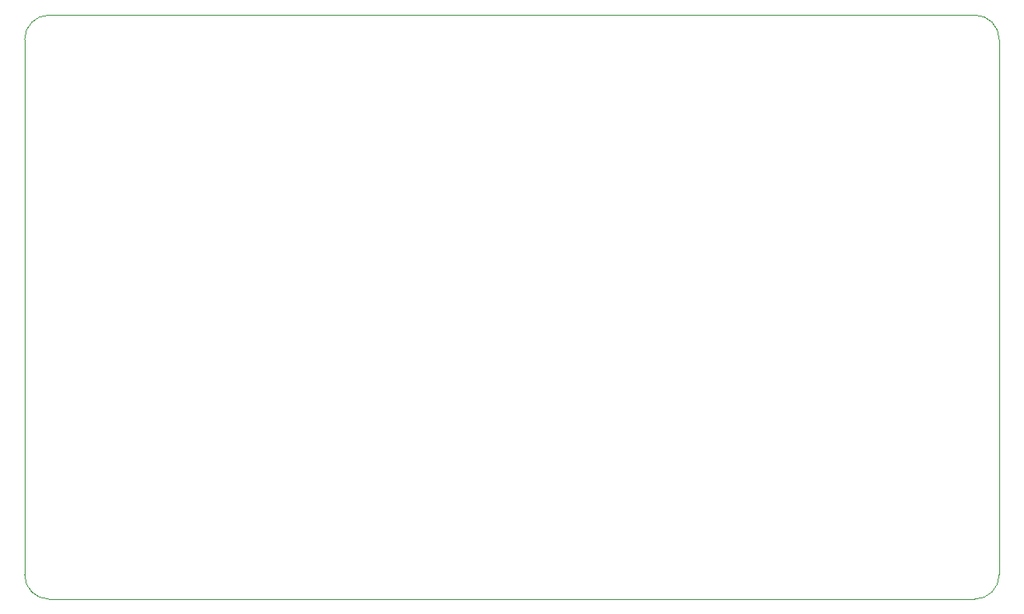
<source format=gbr>
G04 #@! TF.GenerationSoftware,KiCad,Pcbnew,5.1.5*
G04 #@! TF.CreationDate,2019-12-23T15:18:02+01:00*
G04 #@! TF.ProjectId,ledside_rev18A,6c656473-6964-4655-9f72-65763138412e,rev?*
G04 #@! TF.SameCoordinates,Original*
G04 #@! TF.FileFunction,Profile,NP*
%FSLAX46Y46*%
G04 Gerber Fmt 4.6, Leading zero omitted, Abs format (unit mm)*
G04 Created by KiCad (PCBNEW 5.1.5) date 2019-12-23 15:18:02*
%MOMM*%
%LPD*%
G04 APERTURE LIST*
%ADD10C,0.050000*%
G04 APERTURE END LIST*
D10*
X22500000Y-80000000D02*
G75*
G02X20000000Y-77500000I0J2500000D01*
G01*
X120000000Y-77500000D02*
G75*
G02X117500000Y-80000000I-2500000J0D01*
G01*
X117500000Y-20000000D02*
G75*
G02X120000000Y-22500000I0J-2500000D01*
G01*
X20000000Y-22500000D02*
G75*
G02X22500000Y-20000000I2500000J0D01*
G01*
X20000000Y-77500000D02*
X20000000Y-22500000D01*
X117500000Y-80000000D02*
X22500000Y-80000000D01*
X120000000Y-22500000D02*
X120000000Y-77500000D01*
X22500000Y-20000000D02*
X117500000Y-20000000D01*
M02*

</source>
